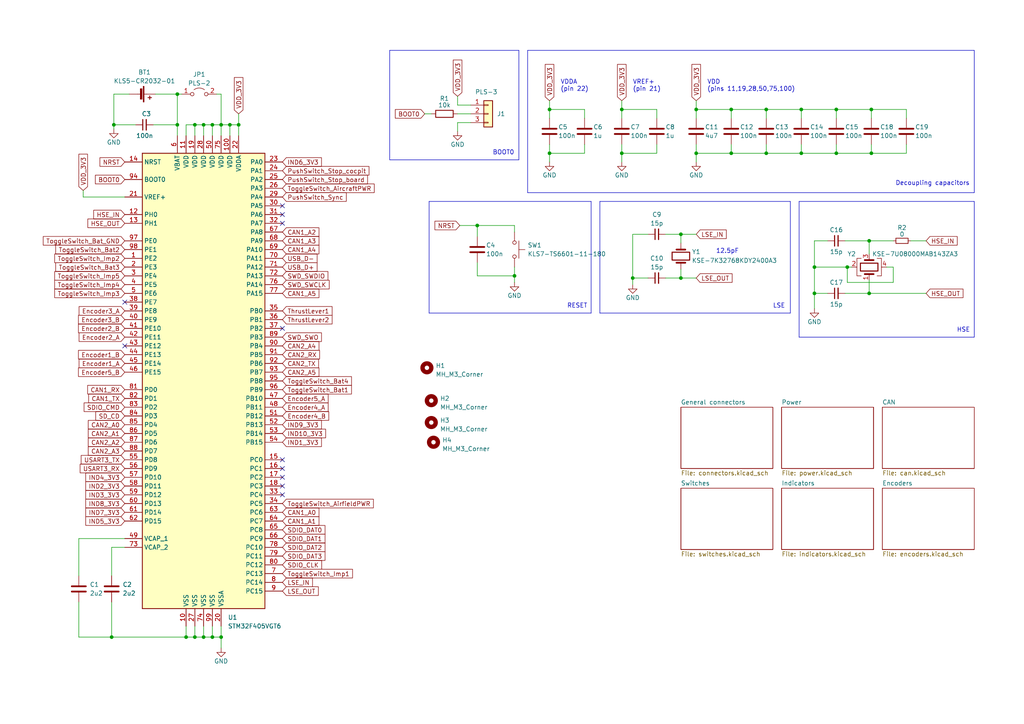
<source format=kicad_sch>
(kicad_sch (version 20231120) (generator "eeschema") (generator_version "8.0")
  (paper "A4")
  (title_block (date "2023-08-02"))
  (lib_symbols
    (symbol "Connector_Generic:Conn_01x03" (pin_names (offset 1.016) hide)
      (property "Reference" "J" (at 0 5.08 0))
      (property "Value" "Conn_01x03" (at 0 -5.08 0))
      (symbol "Conn_01x03_1_1"
        (rectangle (start -1.27 -2.413) (end 0 -2.667) (stroke (width 0.1524)))
        (rectangle (start -1.27 0.127) (end 0 -0.127) (stroke (width 0.1524)))
        (rectangle (start -1.27 2.667) (end 0 2.413) (stroke (width 0.1524)))
        (rectangle (start -1.27 3.81) (end 1.27 -3.81) (stroke (width 0.254)) (fill (type background)))
        (pin passive line (at -5.08 2.54 0) (length 3.81) (name "Pin_1") (number "1"))
        (pin passive line (at -5.08 0 0) (length 3.81) (name "Pin_2") (number "2"))
        (pin passive line (at -5.08 -2.54 0) (length 3.81) (name "Pin_3") (number "3"))
      )
    )
    (symbol "Device:Battery_Cell" (pin_numbers hide) (pin_names (offset 0) hide)
      (property "Reference" "BT" (at 2.54 2.54 0))
      (property "Value" "Battery_Cell" (at 2.54 0 0))
      (symbol "Battery_Cell_0_1"
        (rectangle (start -2.286 1.778) (end 2.286 1.524) (fill (type outline)))
        (rectangle (start -1.5748 1.1938) (end 1.4732 0.6858) (fill (type outline)))
        (polyline (pts (xy 0 0.762) (xy 0 0)))
        (polyline (pts (xy 0 1.778) (xy 0 2.54)))
        (polyline (pts (xy 0.508 3.429) (xy 1.524 3.429)) (stroke (width 0.254)))
        (polyline (pts (xy 1.016 3.937) (xy 1.016 2.921)) (stroke (width 0.254)))
      )
      (symbol "Battery_Cell_1_1"
        (pin passive line (at 0 5.08 270) (length 2.54) (name "+") (number "1"))
        (pin passive line (at 0 -2.54 90) (length 2.54) (name "-") (number "2"))
      )
    )
    (symbol "Device:C" (pin_numbers hide) (pin_names (offset 0.254))
      (property "Reference" "C" (at 0.635 2.54 0))
      (property "Value" "C" (at 0.635 -2.54 0))
      (symbol "C_0_1"
        (polyline (pts (xy -2.032 -0.762) (xy 2.032 -0.762)) (stroke (width 0.508)))
        (polyline (pts (xy -2.032 0.762) (xy 2.032 0.762)) (stroke (width 0.508)))
      )
      (symbol "C_1_1"
        (pin passive line (at 0 3.81 270) (length 2.794) (name "~") (number "1"))
        (pin passive line (at 0 -3.81 90) (length 2.794) (name "~") (number "2"))
      )
    )
    (symbol "Device:C_Small" (pin_numbers hide) (pin_names (offset 0.254) hide)
      (property "Reference" "C" (at 0.254 1.778 0))
      (property "Value" "C_Small" (at 0.254 -2.032 0))
      (symbol "C_Small_0_1"
        (polyline (pts (xy -1.524 -0.508) (xy 1.524 -0.508)) (stroke (width 0.3302)))
        (polyline (pts (xy -1.524 0.508) (xy 1.524 0.508)) (stroke (width 0.3048)))
      )
      (symbol "C_Small_1_1"
        (pin passive line (at 0 2.54 270) (length 2.032) (name "~") (number "1"))
        (pin passive line (at 0 -2.54 90) (length 2.032) (name "~") (number "2"))
      )
    )
    (symbol "Device:Crystal" (pin_numbers hide) (pin_names (offset 1.016) hide)
      (property "Reference" "Y" (at 0 3.81 0))
      (property "Value" "Crystal" (at 0 -3.81 0))
      (symbol "Crystal_0_1"
        (rectangle (start -1.143 2.54) (end 1.143 -2.54) (stroke (width 0.3048)))
        (polyline (pts (xy -2.54 0) (xy -1.905 0)))
        (polyline (pts (xy -1.905 -1.27) (xy -1.905 1.27)) (stroke (width 0.508)))
        (polyline (pts (xy 1.905 -1.27) (xy 1.905 1.27)) (stroke (width 0.508)))
        (polyline (pts (xy 2.54 0) (xy 1.905 0)))
      )
      (symbol "Crystal_1_1"
        (pin passive line (at -3.81 0 0) (length 1.27) (name "1") (number "1"))
        (pin passive line (at 3.81 0 180) (length 1.27) (name "2") (number "2"))
      )
    )
    (symbol "Device:Crystal_GND24" (pin_names (offset 1.016) hide)
      (property "Reference" "Y" (at 3.175 5.08 0))
      (property "Value" "Crystal_GND24" (at 3.175 3.175 0))
      (symbol "Crystal_GND24_0_1"
        (rectangle (start -1.143 2.54) (end 1.143 -2.54) (stroke (width 0.3048)))
        (polyline (pts (xy -2.54 0) (xy -2.032 0)))
        (polyline (pts (xy -2.032 -1.27) (xy -2.032 1.27)) (stroke (width 0.508)))
        (polyline (pts (xy 0 -3.81) (xy 0 -3.556)))
        (polyline (pts (xy 0 3.556) (xy 0 3.81)))
        (polyline (pts (xy 2.032 -1.27) (xy 2.032 1.27)) (stroke (width 0.508)))
        (polyline (pts (xy 2.032 0) (xy 2.54 0)))
        (polyline (pts (xy -2.54 -2.286) (xy -2.54 -3.556) (xy 2.54 -3.556) (xy 2.54 -2.286)))
        (polyline (pts (xy -2.54 2.286) (xy -2.54 3.556) (xy 2.54 3.556) (xy 2.54 2.286)))
      )
      (symbol "Crystal_GND24_1_1"
        (pin passive line (at -3.81 0 0) (length 1.27) (name "1") (number "1"))
        (pin passive line (at 0 5.08 270) (length 1.27) (name "2") (number "2"))
        (pin passive line (at 3.81 0 180) (length 1.27) (name "3") (number "3"))
        (pin passive line (at 0 -5.08 90) (length 1.27) (name "4") (number "4"))
      )
    )
    (symbol "Device:R" (pin_numbers hide) (pin_names (offset 0))
      (property "Reference" "R" (at 2.032 0 90))
      (property "Value" "R" (at 0 0 90))
      (symbol "R_0_1"
        (rectangle (start -1.016 -2.54) (end 1.016 2.54) (stroke (width 0.254)))
      )
      (symbol "R_1_1"
        (pin passive line (at 0 3.81 270) (length 1.27) (name "~") (number "1"))
        (pin passive line (at 0 -3.81 90) (length 1.27) (name "~") (number "2"))
      )
    )
    (symbol "Device:R_Small" (pin_numbers hide) (pin_names (offset 0.254) hide)
      (property "Reference" "R" (at 0.762 0.508 0))
      (property "Value" "R_Small" (at 0.762 -1.016 0))
      (symbol "R_Small_0_1"
        (rectangle (start -0.762 1.778) (end 0.762 -1.778) (stroke (width 0.2032)))
      )
      (symbol "R_Small_1_1"
        (pin passive line (at 0 2.54 270) (length 0.762) (name "~") (number "1"))
        (pin passive line (at 0 -2.54 90) (length 0.762) (name "~") (number "2"))
      )
    )
    (symbol "Jumper:Jumper_2_Open" (pin_names (offset 0) hide)
      (property "Reference" "JP" (at 0 2.794 0))
      (property "Value" "Jumper_2_Open" (at 0 -2.286 0))
      (symbol "Jumper_2_Open_0_0"
        (circle (center -2.032 0) (radius 0.508))
        (circle (center 2.032 0) (radius 0.508))
      )
      (symbol "Jumper_2_Open_0_1"
        (arc (start 1.524 1.27) (mid 0 1.778) (end -1.524 1.27))
      )
      (symbol "Jumper_2_Open_1_1"
        (pin passive line (at -5.08 0 0) (length 2.54) (name "A") (number "1"))
        (pin passive line (at 5.08 0 180) (length 2.54) (name "B") (number "2"))
      )
    )
    (symbol "MCU_ST_STM32F4:STM32F405VGTx"
      (property "Reference" "U1" (at 10.16 -68.58 0))
      (property "Value" "STM32F405VGTx" (at 10.16 -71.12 0))
      (symbol "STM32F405VGTx_0_1"
        (rectangle (start -17.78 -66.04) (end 17.78 66.04) (stroke (width 0.254)) (fill (type background)))
      )
      (symbol "STM32F405VGTx_1_1"
        (pin bidirectional line (at -22.86 35.56 0) (length 5.08) (name "PE2") (number "1"))
        (pin power_in line (at -5.08 -71.12 90) (length 5.08) (name "VSS") (number "10"))
        (pin power_in line (at 7.62 71.12 270) (length 5.08) (name "VDD") (number "100"))
        (pin power_in line (at -5.08 71.12 270) (length 5.08) (name "VDD") (number "11"))
        (pin bidirectional line (at -22.86 48.26 0) (length 5.08) (name "PH0") (number "12"))
        (pin bidirectional line (at -22.86 45.72 0) (length 5.08) (name "PH1") (number "13"))
        (pin input line (at -22.86 63.5 0) (length 5.08) (name "NRST") (number "14"))
        (pin bidirectional line (at 22.86 -22.86 180) (length 5.08) (name "PC0") (number "15"))
        (pin bidirectional line (at 22.86 -25.4 180) (length 5.08) (name "PC1") (number "16"))
        (pin bidirectional line (at 22.86 -27.94 180) (length 5.08) (name "PC2") (number "17"))
        (pin bidirectional line (at 22.86 -30.48 180) (length 5.08) (name "PC3") (number "18"))
        (pin power_in line (at -2.54 71.12 270) (length 5.08) (name "VDD") (number "19"))
        (pin bidirectional line (at -22.86 33.02 0) (length 5.08) (name "PE3") (number "2"))
        (pin power_in line (at 5.08 -71.12 90) (length 5.08) (name "VSSA") (number "20"))
        (pin input line (at -22.86 53.34 0) (length 5.08) (name "VREF+") (number "21"))
        (pin power_in line (at 10.16 71.12 270) (length 5.08) (name "VDDA") (number "22"))
        (pin bidirectional line (at 22.86 63.5 180) (length 5.08) (name "PA0") (number "23"))
        (pin bidirectional line (at 22.86 60.96 180) (length 5.08) (name "PA1") (number "24"))
        (pin bidirectional line (at 22.86 58.42 180) (length 5.08) (name "PA2") (number "25"))
        (pin bidirectional line (at 22.86 55.88 180) (length 5.08) (name "PA3") (number "26"))
        (pin power_in line (at -2.54 -71.12 90) (length 5.08) (name "VSS") (number "27"))
        (pin power_in line (at 0 71.12 270) (length 5.08) (name "VDD") (number "28"))
        (pin bidirectional line (at 22.86 53.34 180) (length 5.08) (name "PA4") (number "29"))
        (pin bidirectional line (at -22.86 30.48 0) (length 5.08) (name "PE4") (number "3"))
        (pin bidirectional line (at 22.86 50.8 180) (length 5.08) (name "PA5") (number "30"))
        (pin bidirectional line (at 22.86 48.26 180) (length 5.08) (name "PA6") (number "31"))
        (pin bidirectional line (at 22.86 45.72 180) (length 5.08) (name "PA7") (number "32"))
        (pin bidirectional line (at 22.86 -33.02 180) (length 5.08) (name "PC4") (number "33"))
        (pin bidirectional line (at 22.86 -35.56 180) (length 5.08) (name "PC5") (number "34"))
        (pin bidirectional line (at 22.86 20.32 180) (length 5.08) (name "PB0") (number "35"))
        (pin bidirectional line (at 22.86 17.78 180) (length 5.08) (name "PB1") (number "36"))
        (pin bidirectional line (at 22.86 15.24 180) (length 5.08) (name "PB2") (number "37"))
        (pin bidirectional line (at -22.86 22.86 0) (length 5.08) (name "PE7") (number "38"))
        (pin bidirectional line (at -22.86 20.32 0) (length 5.08) (name "PE8") (number "39"))
        (pin bidirectional line (at -22.86 27.94 0) (length 5.08) (name "PE5") (number "4"))
        (pin bidirectional line (at -22.86 17.78 0) (length 5.08) (name "PE9") (number "40"))
        (pin bidirectional line (at -22.86 15.24 0) (length 5.08) (name "PE10") (number "41"))
        (pin bidirectional line (at -22.86 12.7 0) (length 5.08) (name "PE11") (number "42"))
        (pin bidirectional line (at -22.86 10.16 0) (length 5.08) (name "PE12") (number "43"))
        (pin bidirectional line (at -22.86 7.62 0) (length 5.08) (name "PE13") (number "44"))
        (pin bidirectional line (at -22.86 5.08 0) (length 5.08) (name "PE14") (number "45"))
        (pin bidirectional line (at -22.86 2.54 0) (length 5.08) (name "PE15") (number "46"))
        (pin bidirectional line (at 22.86 -5.08 180) (length 5.08) (name "PB10") (number "47"))
        (pin bidirectional line (at 22.86 -7.62 180) (length 5.08) (name "PB11") (number "48"))
        (pin power_out line (at -22.86 -45.72 0) (length 5.08) (name "VCAP_1") (number "49"))
        (pin bidirectional line (at -22.86 25.4 0) (length 5.08) (name "PE6") (number "5"))
        (pin power_in line (at 2.54 71.12 270) (length 5.08) (name "VDD") (number "50"))
        (pin bidirectional line (at 22.86 -10.16 180) (length 5.08) (name "PB12") (number "51"))
        (pin bidirectional line (at 22.86 -12.7 180) (length 5.08) (name "PB13") (number "52"))
        (pin bidirectional line (at 22.86 -15.24 180) (length 5.08) (name "PB14") (number "53"))
        (pin bidirectional line (at 22.86 -17.78 180) (length 5.08) (name "PB15") (number "54"))
        (pin bidirectional line (at -22.86 -22.86 0) (length 5.08) (name "PD8") (number "55"))
        (pin bidirectional line (at -22.86 -25.4 0) (length 5.08) (name "PD9") (number "56"))
        (pin bidirectional line (at -22.86 -27.94 0) (length 5.08) (name "PD10") (number "57"))
        (pin bidirectional line (at -22.86 -30.48 0) (length 5.08) (name "PD11") (number "58"))
        (pin bidirectional line (at -22.86 -33.02 0) (length 5.08) (name "PD12") (number "59"))
        (pin power_in line (at -7.62 71.12 270) (length 5.08) (name "VBAT") (number "6"))
        (pin bidirectional line (at -22.86 -35.56 0) (length 5.08) (name "PD13") (number "60"))
        (pin bidirectional line (at -22.86 -38.1 0) (length 5.08) (name "PD14") (number "61"))
        (pin bidirectional line (at -22.86 -40.64 0) (length 5.08) (name "PD15") (number "62"))
        (pin bidirectional line (at 22.86 -38.1 180) (length 5.08) (name "PC6") (number "63"))
        (pin bidirectional line (at 22.86 -40.64 180) (length 5.08) (name "PC7") (number "64"))
        (pin bidirectional line (at 22.86 -43.18 180) (length 5.08) (name "PC8") (number "65"))
        (pin bidirectional line (at 22.86 -45.72 180) (length 5.08) (name "PC9") (number "66"))
        (pin bidirectional line (at 22.86 43.18 180) (length 5.08) (name "PA8") (number "67"))
        (pin bidirectional line (at 22.86 40.64 180) (length 5.08) (name "PA9") (number "68"))
        (pin bidirectional line (at 22.86 38.1 180) (length 5.08) (name "PA10") (number "69"))
        (pin bidirectional line (at 22.86 -55.88 180) (length 5.08) (name "PC13") (number "7"))
        (pin bidirectional line (at 22.86 35.56 180) (length 5.08) (name "PA11") (number "70"))
        (pin bidirectional line (at 22.86 33.02 180) (length 5.08) (name "PA12") (number "71"))
        (pin bidirectional line (at 22.86 30.48 180) (length 5.08) (name "PA13") (number "72"))
        (pin power_out line (at -22.86 -48.26 0) (length 5.08) (name "VCAP_2") (number "73"))
        (pin power_in line (at 0 -71.12 90) (length 5.08) (name "VSS") (number "74"))
        (pin power_in line (at 5.08 71.12 270) (length 5.08) (name "VDD") (number "75"))
        (pin bidirectional line (at 22.86 27.94 180) (length 5.08) (name "PA14") (number "76"))
        (pin bidirectional line (at 22.86 25.4 180) (length 5.08) (name "PA15") (number "77"))
        (pin bidirectional line (at 22.86 -48.26 180) (length 5.08) (name "PC10") (number "78"))
        (pin bidirectional line (at 22.86 -50.8 180) (length 5.08) (name "PC11") (number "79"))
        (pin bidirectional line (at 22.86 -58.42 180) (length 5.08) (name "PC14") (number "8"))
        (pin bidirectional line (at 22.86 -53.34 180) (length 5.08) (name "PC12") (number "80"))
        (pin bidirectional line (at -22.86 -2.54 0) (length 5.08) (name "PD0") (number "81"))
        (pin bidirectional line (at -22.86 -5.08 0) (length 5.08) (name "PD1") (number "82"))
        (pin bidirectional line (at -22.86 -7.62 0) (length 5.08) (name "PD2") (number "83"))
        (pin bidirectional line (at -22.86 -10.16 0) (length 5.08) (name "PD3") (number "84"))
        (pin bidirectional line (at -22.86 -12.7 0) (length 5.08) (name "PD4") (number "85"))
        (pin bidirectional line (at -22.86 -15.24 0) (length 5.08) (name "PD5") (number "86"))
        (pin bidirectional line (at -22.86 -17.78 0) (length 5.08) (name "PD6") (number "87"))
        (pin bidirectional line (at -22.86 -20.32 0) (length 5.08) (name "PD7") (number "88"))
        (pin bidirectional line (at 22.86 12.7 180) (length 5.08) (name "PB3") (number "89"))
        (pin bidirectional line (at 22.86 -60.96 180) (length 5.08) (name "PC15") (number "9"))
        (pin bidirectional line (at 22.86 10.16 180) (length 5.08) (name "PB4") (number "90"))
        (pin bidirectional line (at 22.86 7.62 180) (length 5.08) (name "PB5") (number "91"))
        (pin bidirectional line (at 22.86 5.08 180) (length 5.08) (name "PB6") (number "92"))
        (pin bidirectional line (at 22.86 2.54 180) (length 5.08) (name "PB7") (number "93"))
        (pin input line (at -22.86 58.42 0) (length 5.08) (name "BOOT0") (number "94"))
        (pin bidirectional line (at 22.86 0 180) (length 5.08) (name "PB8") (number "95"))
        (pin bidirectional line (at 22.86 -2.54 180) (length 5.08) (name "PB9") (number "96"))
        (pin bidirectional line (at -22.86 40.64 0) (length 5.08) (name "PE0") (number "97"))
        (pin bidirectional line (at -22.86 38.1 0) (length 5.08) (name "PE1") (number "98"))
        (pin power_in line (at 2.54 -71.12 90) (length 5.08) (name "VSS") (number "99"))
      )
    )
    (symbol "Mechanical:MountingHole" (pin_names (offset 1.016))
      (property "Reference" "H" (at 0 5.08 0))
      (property "Value" "MountingHole" (at 0 3.175 0))
      (symbol "MountingHole_0_1"
        (circle (center 0 0) (radius 1.27) (stroke (width 1.27)))
      )
    )
    (symbol "Switch:SW_Push" (pin_numbers hide) (pin_names (offset 1.016) hide)
      (property "Reference" "SW" (at 1.27 2.54 0))
      (property "Value" "SW_Push" (at 0 -1.524 0))
      (symbol "SW_Push_0_1"
        (circle (center -2.032 0) (radius 0.508))
        (polyline (pts (xy 0 1.27) (xy 0 3.048)))
        (polyline (pts (xy 2.54 1.27) (xy -2.54 1.27)))
        (circle (center 2.032 0) (radius 0.508))
        (pin passive line (at -5.08 0 0) (length 2.54) (name "1") (number "1"))
        (pin passive line (at 5.08 0 180) (length 2.54) (name "2") (number "2"))
      )
    )
    (symbol "power:GND" (power) (pin_names (offset 0))
      (property "Value" "GND" (at 0 -3.81 0))
      (symbol "GND_0_1"
        (polyline (pts (xy 0 0) (xy 0 -1.27) (xy 1.27 -1.27) (xy 0 -2.54) (xy -1.27 -1.27) (xy 0 -1.27)))
      )
      (symbol "GND_1_1"
        (pin power_in line (at 0 0 270) (length 0) hide (name "GND") (number "1"))
      )
    )
  )
  (junction (at 53.975 184.785))
  (junction (at 242.57 31.75))
  (junction (at 180.34 31.75))
  (junction (at 236.22 85.09))
  (junction (at 232.41 31.75))
  (junction (at 32.385 184.785))
  (junction (at 149.225 80.01))
  (junction (at 64.135 36.195))
  (junction (at 222.25 44.45))
  (junction (at 64.135 184.785))
  (junction (at 159.385 31.75))
  (junction (at 59.055 36.195))
  (junction (at 197.485 80.645))
  (junction (at 51.435 36.195))
  (junction (at 138.43 65.405))
  (junction (at 201.93 44.45))
  (junction (at 222.25 31.75))
  (junction (at 69.215 36.195))
  (junction (at 180.34 44.45))
  (junction (at 252.73 31.75))
  (junction (at 252.095 85.09))
  (junction (at 33.02 36.195))
  (junction (at 245.745 77.47))
  (junction (at 252.095 69.85))
  (junction (at 59.055 184.785))
  (junction (at 201.93 31.75))
  (junction (at 236.22 77.47))
  (junction (at 242.57 44.45))
  (junction (at 61.595 184.785))
  (junction (at 159.385 44.45))
  (junction (at 183.515 80.645))
  (junction (at 61.595 36.195))
  (junction (at 56.515 184.785))
  (junction (at 197.485 67.945))
  (junction (at 212.09 44.45))
  (junction (at 56.515 36.195))
  (junction (at 51.435 27.305))
  (junction (at 212.09 31.75))
  (junction (at 252.73 44.45))
  (junction (at 232.41 44.45))
  (junction (at 66.675 36.195))
  (no_connect (at 81.915 135.89))
  (no_connect (at 81.915 64.77))
  (no_connect (at 81.915 143.51))
  (no_connect (at 36.195 87.63))
  (no_connect (at 81.915 62.23))
  (no_connect (at 81.915 138.43))
  (no_connect (at 81.915 95.25))
  (no_connect (at 36.195 100.33))
  (no_connect (at 81.915 133.35))
  (no_connect (at 81.915 59.69))
  (no_connect (at 81.915 140.97))
  (wire (pts (xy 183.515 67.945) (xy 187.96 67.945)))
  (wire (pts (xy 33.02 27.305) (xy 33.02 36.195)))
  (wire (pts (xy 53.975 36.195) (xy 56.515 36.195)))
  (polyline (pts (xy 171.45 90.805) (xy 124.46 90.805)))
  (wire (pts (xy 236.22 77.47) (xy 245.745 77.47)))
  (wire (pts (xy 36.195 156.21) (xy 22.86 156.21)))
  (wire (pts (xy 138.43 76.2) (xy 138.43 80.01)))
  (wire (pts (xy 138.43 65.405) (xy 138.43 68.58)))
  (wire (pts (xy 190.5 44.45) (xy 180.34 44.45)))
  (wire (pts (xy 33.02 27.305) (xy 37.465 27.305)))
  (wire (pts (xy 201.93 31.75) (xy 212.09 31.75)))
  (polyline (pts (xy 153.035 14.605) (xy 282.575 14.605)))
  (wire (pts (xy 53.975 184.785) (xy 56.515 184.785)))
  (wire (pts (xy 64.135 184.785) (xy 64.135 181.61)))
  (wire (pts (xy 259.08 69.85) (xy 252.095 69.85)))
  (wire (pts (xy 36.195 158.75) (xy 32.385 158.75)))
  (wire (pts (xy 242.57 31.75) (xy 242.57 34.29)))
  (wire (pts (xy 59.055 36.195) (xy 59.055 39.37)))
  (wire (pts (xy 59.055 181.61) (xy 59.055 184.785)))
  (wire (pts (xy 56.515 36.195) (xy 56.515 39.37)))
  (wire (pts (xy 236.22 69.85) (xy 240.03 69.85)))
  (polyline (pts (xy 171.45 58.42) (xy 171.45 90.805)))
  (wire (pts (xy 193.04 80.645) (xy 197.485 80.645)))
  (wire (pts (xy 66.675 36.195) (xy 69.215 36.195)))
  (polyline (pts (xy 153.035 55.88) (xy 282.575 55.88)))
  (wire (pts (xy 222.25 41.91) (xy 222.25 44.45)))
  (wire (pts (xy 252.73 41.91) (xy 252.73 44.45)))
  (wire (pts (xy 61.595 184.785) (xy 64.135 184.785)))
  (wire (pts (xy 252.73 44.45) (xy 242.57 44.45)))
  (wire (pts (xy 180.34 44.45) (xy 180.34 41.91)))
  (wire (pts (xy 247.015 77.47) (xy 245.745 77.47)))
  (polyline (pts (xy 150.495 14.605) (xy 150.495 46.355)))
  (wire (pts (xy 24.13 55.245) (xy 24.13 57.15)))
  (polyline (pts (xy 173.99 58.42) (xy 229.235 58.42)))
  (wire (pts (xy 32.385 158.75) (xy 32.385 167.005)))
  (wire (pts (xy 132.715 35.56) (xy 132.715 38.1)))
  (wire (pts (xy 22.86 156.21) (xy 22.86 167.005)))
  (wire (pts (xy 236.22 85.09) (xy 240.03 85.09)))
  (wire (pts (xy 159.385 34.29) (xy 159.385 31.75)))
  (wire (pts (xy 180.34 31.75) (xy 180.34 29.21)))
  (wire (pts (xy 259.08 77.47) (xy 259.08 81.915)))
  (polyline (pts (xy 153.035 55.88) (xy 153.035 14.605)))
  (wire (pts (xy 149.225 80.01) (xy 149.225 81.915)))
  (polyline (pts (xy 124.46 58.42) (xy 171.45 58.42)))
  (wire (pts (xy 159.385 31.75) (xy 169.545 31.75)))
  (wire (pts (xy 212.09 31.75) (xy 212.09 34.29)))
  (wire (pts (xy 201.93 44.45) (xy 201.93 41.91)))
  (wire (pts (xy 252.095 69.85) (xy 245.11 69.85)))
  (wire (pts (xy 197.485 80.645) (xy 201.93 80.645)))
  (polyline (pts (xy 113.03 46.355) (xy 150.495 46.355)))
  (wire (pts (xy 53.975 36.195) (xy 53.975 39.37)))
  (wire (pts (xy 212.09 31.75) (xy 222.25 31.75)))
  (polyline (pts (xy 113.03 46.355) (xy 113.03 14.605)))
  (polyline (pts (xy 231.775 97.79) (xy 282.575 97.79)))
  (wire (pts (xy 232.41 31.75) (xy 232.41 34.29)))
  (polyline (pts (xy 173.99 90.805) (xy 173.99 58.42)))
  (wire (pts (xy 262.89 41.91) (xy 262.89 44.45)))
  (polyline (pts (xy 229.235 58.42) (xy 229.235 90.805)))
  (wire (pts (xy 149.225 80.01) (xy 149.225 77.47)))
  (wire (pts (xy 264.16 69.85) (xy 268.605 69.85)))
  (polyline (pts (xy 231.775 97.79) (xy 231.775 58.42)))
  (wire (pts (xy 32.385 174.625) (xy 32.385 184.785)))
  (wire (pts (xy 159.385 31.75) (xy 159.385 29.21)))
  (wire (pts (xy 232.41 44.45) (xy 222.25 44.45)))
  (wire (pts (xy 180.34 46.99) (xy 180.34 44.45)))
  (wire (pts (xy 59.055 184.785) (xy 61.595 184.785)))
  (wire (pts (xy 22.86 174.625) (xy 22.86 184.785)))
  (wire (pts (xy 197.485 78.105) (xy 197.485 80.645)))
  (wire (pts (xy 257.175 77.47) (xy 259.08 77.47)))
  (wire (pts (xy 169.545 31.75) (xy 169.545 34.29)))
  (wire (pts (xy 245.745 81.915) (xy 245.745 77.47)))
  (wire (pts (xy 64.135 36.195) (xy 64.135 39.37)))
  (wire (pts (xy 232.41 31.75) (xy 242.57 31.75)))
  (wire (pts (xy 53.975 181.61) (xy 53.975 184.785)))
  (wire (pts (xy 33.02 36.195) (xy 39.37 36.195)))
  (wire (pts (xy 159.385 44.45) (xy 159.385 41.91)))
  (wire (pts (xy 259.08 81.915) (xy 245.745 81.915)))
  (wire (pts (xy 22.86 184.785) (xy 32.385 184.785)))
  (wire (pts (xy 242.57 44.45) (xy 232.41 44.45)))
  (polyline (pts (xy 173.99 90.805) (xy 229.235 90.805)))
  (wire (pts (xy 222.25 31.75) (xy 232.41 31.75)))
  (wire (pts (xy 159.385 46.99) (xy 159.385 44.45)))
  (wire (pts (xy 64.135 187.96) (xy 64.135 184.785)))
  (wire (pts (xy 69.215 36.195) (xy 69.215 39.37)))
  (wire (pts (xy 183.515 80.645) (xy 187.96 80.645)))
  (wire (pts (xy 56.515 184.785) (xy 59.055 184.785)))
  (wire (pts (xy 62.865 27.305) (xy 64.135 27.305)))
  (wire (pts (xy 69.215 33.02) (xy 69.215 36.195)))
  (wire (pts (xy 56.515 36.195) (xy 59.055 36.195)))
  (wire (pts (xy 212.09 41.91) (xy 212.09 44.45)))
  (wire (pts (xy 136.525 35.56) (xy 132.715 35.56)))
  (wire (pts (xy 222.25 44.45) (xy 212.09 44.45)))
  (wire (pts (xy 44.45 36.195) (xy 51.435 36.195)))
  (wire (pts (xy 242.57 41.91) (xy 242.57 44.45)))
  (wire (pts (xy 193.04 67.945) (xy 197.485 67.945)))
  (wire (pts (xy 242.57 31.75) (xy 252.73 31.75)))
  (wire (pts (xy 133.35 65.405) (xy 138.43 65.405)))
  (wire (pts (xy 201.93 31.75) (xy 201.93 29.21)))
  (wire (pts (xy 33.02 36.195) (xy 33.02 37.465)))
  (wire (pts (xy 169.545 44.45) (xy 159.385 44.45)))
  (wire (pts (xy 132.715 33.02) (xy 136.525 33.02)))
  (wire (pts (xy 252.73 31.75) (xy 252.73 34.29)))
  (polyline (pts (xy 113.03 14.605) (xy 150.495 14.605)))
  (wire (pts (xy 180.34 31.75) (xy 190.5 31.75)))
  (wire (pts (xy 212.09 44.45) (xy 201.93 44.45)))
  (polyline (pts (xy 282.575 14.605) (xy 282.575 55.88)))
  (wire (pts (xy 132.715 30.48) (xy 136.525 30.48)))
  (wire (pts (xy 197.485 70.485) (xy 197.485 67.945)))
  (wire (pts (xy 45.085 27.305) (xy 51.435 27.305)))
  (wire (pts (xy 132.715 27.94) (xy 132.715 30.48)))
  (wire (pts (xy 61.595 36.195) (xy 61.595 39.37)))
  (wire (pts (xy 36.195 57.15) (xy 24.13 57.15)))
  (polyline (pts (xy 124.46 58.42) (xy 124.46 90.805)))
  (wire (pts (xy 236.22 85.09) (xy 236.22 89.535)))
  (wire (pts (xy 183.515 80.645) (xy 183.515 82.55)))
  (wire (pts (xy 180.34 34.29) (xy 180.34 31.75)))
  (wire (pts (xy 183.515 67.945) (xy 183.515 80.645)))
  (wire (pts (xy 245.11 85.09) (xy 252.095 85.09)))
  (wire (pts (xy 123.19 33.02) (xy 125.095 33.02)))
  (wire (pts (xy 51.435 27.305) (xy 51.435 36.195)))
  (wire (pts (xy 190.5 31.75) (xy 190.5 34.29)))
  (wire (pts (xy 51.435 36.195) (xy 51.435 39.37)))
  (wire (pts (xy 51.435 27.305) (xy 52.705 27.305)))
  (wire (pts (xy 64.135 27.305) (xy 64.135 36.195)))
  (polyline (pts (xy 231.775 58.42) (xy 282.575 58.42)))
  (polyline (pts (xy 282.575 58.42) (xy 282.575 97.79)))
  (wire (pts (xy 56.515 181.61) (xy 56.515 184.785)))
  (wire (pts (xy 222.25 31.75) (xy 222.25 34.29)))
  (wire (pts (xy 169.545 41.91) (xy 169.545 44.45)))
  (wire (pts (xy 64.135 36.195) (xy 66.675 36.195)))
  (wire (pts (xy 262.89 44.45) (xy 252.73 44.45)))
  (wire (pts (xy 236.22 77.47) (xy 236.22 69.85)))
  (wire (pts (xy 59.055 36.195) (xy 61.595 36.195)))
  (wire (pts (xy 61.595 36.195) (xy 64.135 36.195)))
  (wire (pts (xy 32.385 184.785) (xy 53.975 184.785)))
  (wire (pts (xy 201.93 46.99) (xy 201.93 44.45)))
  (wire (pts (xy 190.5 41.91) (xy 190.5 44.45)))
  (wire (pts (xy 232.41 41.91) (xy 232.41 44.45)))
  (wire (pts (xy 252.095 81.28) (xy 252.095 85.09)))
  (wire (pts (xy 252.095 73.66) (xy 252.095 69.85)))
  (wire (pts (xy 149.225 65.405) (xy 138.43 65.405)))
  (wire (pts (xy 252.73 31.75) (xy 262.89 31.75)))
  (wire (pts (xy 262.89 31.75) (xy 262.89 34.29)))
  (wire (pts (xy 138.43 80.01) (xy 149.225 80.01)))
  (wire (pts (xy 66.675 36.195) (xy 66.675 39.37)))
  (wire (pts (xy 149.225 67.31) (xy 149.225 65.405)))
  (wire (pts (xy 252.095 85.09) (xy 268.605 85.09)))
  (wire (pts (xy 201.93 34.29) (xy 201.93 31.75)))
  (wire (pts (xy 197.485 67.945) (xy 201.93 67.945)))
  (wire (pts (xy 61.595 181.61) (xy 61.595 184.785)))
  (wire (pts (xy 236.22 77.47) (xy 236.22 85.09)))
  (text "12.5pF" (at 207.645 73.66 0) (effects (font (size 1.27 1.27)) (justify left bottom)))
  (text "VDDA\n(pin 22)" (at 162.56 26.67 0) (effects (font (size 1.27 1.27)) (justify left bottom)))
  (text "HSE" (at 277.495 96.52 0) (effects (font (size 1.27 1.27)) (justify left bottom)))
  (text "LSE" (at 224.155 89.535 0) (effects (font (size 1.27 1.27)) (justify left bottom)))
  (text "VREF+\n(pin 21)" (at 183.515 26.67 0) (effects (font (size 1.27 1.27)) (justify left bottom)))
  (text "Decoupling capacitors" (at 259.715 53.975 0) (effects (font (size 1.27 1.27)) (justify left bottom)))
  (text "VDD \n(pins 11,19,28,50,75,100)" (at 205.105 26.67 0) (effects (font (size 1.27 1.27)) (justify left bottom)))
  (text "RESET" (at 164.465 89.535 0) (effects (font (size 1.27 1.27)) (justify left bottom)))
  (text "BOOT0" (at 142.875 45.085 0) (effects (font (size 1.27 1.27)) (justify left bottom)))
  (global_label "SWD_SWCLK" (shape input) (at 81.915 82.55 0) (property "Intersheetrefs" "${INTERSHEET_REFS}" (effects (hide yes))))
  (global_label "USB_D-" (shape input) (at 81.915 74.93 0) (property "Intersheetrefs" "${INTERSHEET_REFS}" (effects (hide yes))))
  (global_label "HSE_IN" (shape input) (at 36.195 62.23 180) (property "Intersheetrefs" "${INTERSHEET_REFS}" (effects (hide yes))))
  (global_label "ToggleSwitch_Bat3" (shape input) (at 36.195 77.47 180) (property "Intersheetrefs" "${INTERSHEET_REFS}" (effects (hide yes))))
  (global_label "IND10_3V3" (shape input) (at 81.915 125.73 0) (property "Intersheetrefs" "${INTERSHEET_REFS}" (effects (hide yes))))
  (global_label "SDIO_DAT3" (shape input) (at 81.915 161.29 0) (property "Intersheetrefs" "${INTERSHEET_REFS}" (effects (hide yes))))
  (global_label "ToggleSwitch_AircraftPWR" (shape input) (at 81.915 54.61 0) (property "Intersheetrefs" "${INTERSHEET_REFS}" (effects (hide yes))))
  (global_label "BOOT0" (shape input) (at 123.19 33.02 180) (property "Intersheetrefs" "${INTERSHEET_REFS}" (effects (hide yes))))
  (global_label "ToggleSwitch_Imp4" (shape input) (at 36.195 82.55 180) (property "Intersheetrefs" "${INTERSHEET_REFS}" (effects (hide yes))))
  (global_label "CAN1_A1" (shape input) (at 81.915 151.13 0) (property "Intersheetrefs" "${INTERSHEET_REFS}" (effects (hide yes))))
  (global_label "CAN2_A5" (shape input) (at 81.915 107.95 0) (property "Intersheetrefs" "${INTERSHEET_REFS}" (effects (hide yes))))
  (global_label "USB_D+" (shape input) (at 81.915 77.47 0) (property "Intersheetrefs" "${INTERSHEET_REFS}" (effects (hide yes))))
  (global_label "VDD_3V3" (shape input) (at 69.215 33.02 90) (property "Intersheetrefs" "${INTERSHEET_REFS}" (effects (hide yes))))
  (global_label "SDIO_DAT1" (shape input) (at 81.915 156.21 0) (property "Intersheetrefs" "${INTERSHEET_REFS}" (effects (hide yes))))
  (global_label "Encoder4_B" (shape input) (at 81.915 120.65 0) (property "Intersheetrefs" "${INTERSHEET_REFS}" (effects (hide yes))))
  (global_label "CAN1_A0" (shape input) (at 81.915 148.59 0) (property "Intersheetrefs" "${INTERSHEET_REFS}" (effects (hide yes))))
  (global_label "IND7_3V3" (shape input) (at 36.195 148.59 180) (property "Intersheetrefs" "${INTERSHEET_REFS}" (effects (hide yes))))
  (global_label "HSE_IN" (shape input) (at 268.605 69.85 0) (property "Intersheetrefs" "${INTERSHEET_REFS}" (effects (hide yes))))
  (global_label "PushSwitch_Sync" (shape input) (at 81.915 57.15 0) (property "Intersheetrefs" "${INTERSHEET_REFS}" (effects (hide yes))))
  (global_label "ToggleSwitch_Bat4" (shape input) (at 81.915 110.49 0) (property "Intersheetrefs" "${INTERSHEET_REFS}" (effects (hide yes))))
  (global_label "PushSwitch_Stop_cocpit" (shape input) (at 81.915 49.53 0) (property "Intersheetrefs" "${INTERSHEET_REFS}" (effects (hide yes))))
  (global_label "LSE_OUT" (shape input) (at 201.93 80.645 0) (property "Intersheetrefs" "${INTERSHEET_REFS}" (effects (hide yes))))
  (global_label "IND4_3V3" (shape input) (at 36.195 138.43 180) (property "Intersheetrefs" "${INTERSHEET_REFS}" (effects (hide yes))))
  (global_label "ToggleSwitch_Bat2" (shape input) (at 36.195 72.39 180) (property "Intersheetrefs" "${INTERSHEET_REFS}" (effects (hide yes))))
  (global_label "LSE_IN" (shape input) (at 81.915 168.91 0) (property "Intersheetrefs" "${INTERSHEET_REFS}" (effects (hide yes))))
  (global_label "ToggleSwitch_Imp5" (shape input) (at 36.195 80.01 180) (property "Intersheetrefs" "${INTERSHEET_REFS}" (effects (hide yes))))
  (global_label "ToggleSwitch_Imp3" (shape input) (at 36.195 85.09 180) (property "Intersheetrefs" "${INTERSHEET_REFS}" (effects (hide yes))))
  (global_label "Encoder3_A" (shape input) (at 36.195 90.17 180) (property "Intersheetrefs" "${INTERSHEET_REFS}" (effects (hide yes))))
  (global_label "Encoder1_B" (shape input) (at 36.195 102.87 180) (property "Intersheetrefs" "${INTERSHEET_REFS}" (effects (hide yes))))
  (global_label "CAN2_A3" (shape input) (at 36.195 130.81 180) (property "Intersheetrefs" "${INTERSHEET_REFS}" (effects (hide yes))))
  (global_label "IND3_3V3" (shape input) (at 36.195 143.51 180) (property "Intersheetrefs" "${INTERSHEET_REFS}" (effects (hide yes))))
  (global_label "Encoder1_A" (shape input) (at 36.195 105.41 180) (property "Intersheetrefs" "${INTERSHEET_REFS}" (effects (hide yes))))
  (global_label "ToggleSwitch_Imp1" (shape input) (at 81.915 166.37 0) (property "Intersheetrefs" "${INTERSHEET_REFS}" (effects (hide yes))))
  (global_label "USART3_TX" (shape input) (at 36.195 133.35 180) (property "Intersheetrefs" "${INTERSHEET_REFS}" (effects (hide yes))))
  (global_label "ToggleSwitch_Bat1" (shape input) (at 81.915 113.03 0) (property "Intersheetrefs" "${INTERSHEET_REFS}" (effects (hide yes))))
  (global_label "Encoder5_A" (shape input) (at 81.915 115.57 0) (property "Intersheetrefs" "${INTERSHEET_REFS}" (effects (hide yes))))
  (global_label "Encoder2_A" (shape input) (at 36.195 97.79 180) (property "Intersheetrefs" "${INTERSHEET_REFS}" (effects (hide yes))))
  (global_label "Encoder4_A" (shape input) (at 81.915 118.11 0) (property "Intersheetrefs" "${INTERSHEET_REFS}" (effects (hide yes))))
  (global_label "CAN2_A1" (shape input) (at 36.195 125.73 180) (property "Intersheetrefs" "${INTERSHEET_REFS}" (effects (hide yes))))
  (global_label "LSE_OUT" (shape input) (at 81.915 171.45 0) (property "Intersheetrefs" "${INTERSHEET_REFS}" (effects (hide yes))))
  (global_label "SD_CD" (shape input) (at 36.195 120.65 180) (property "Intersheetrefs" "${INTERSHEET_REFS}" (effects (hide yes))))
  (global_label "Encoder2_B" (shape input) (at 36.195 95.25 180) (property "Intersheetrefs" "${INTERSHEET_REFS}" (effects (hide yes))))
  (global_label "SWD_SWO" (shape input) (at 81.915 97.79 0) (property "Intersheetrefs" "${INTERSHEET_REFS}" (effects (hide yes))))
  (global_label "CAN2_RX" (shape input) (at 81.915 102.87 0) (property "Intersheetrefs" "${INTERSHEET_REFS}" (effects (hide yes))))
  (global_label "CAN2_A0" (shape input) (at 36.195 123.19 180) (property "Intersheetrefs" "${INTERSHEET_REFS}" (effects (hide yes))))
  (global_label "CAN1_A5" (shape input) (at 81.915 85.09 0) (property "Intersheetrefs" "${INTERSHEET_REFS}" (effects (hide yes))))
  (global_label "CAN1_RX" (shape input) (at 36.195 113.03 180) (property "Intersheetrefs" "${INTERSHEET_REFS}" (effects (hide yes))))
  (global_label "NRST" (shape input) (at 133.35 65.405 180) (property "Intersheetrefs" "${INTERSHEET_REFS}" (effects (hide yes))))
  (global_label "SDIO_DAT0" (shape input) (at 81.915 153.67 0) (property "Intersheetrefs" "${INTERSHEET_REFS}" (effects (hide yes))))
  (global_label "USART3_RX" (shape input) (at 36.195 135.89 180) (property "Intersheetrefs" "${INTERSHEET_REFS}" (effects (hide yes))))
  (global_label "IND8_3V3" (shape input) (at 36.195 146.05 180) (property "Intersheetrefs" "${INTERSHEET_REFS}" (effects (hide yes))))
  (global_label "SDIO_CLK" (shape input) (at 81.915 163.83 0) (property "Intersheetrefs" "${INTERSHEET_REFS}" (effects (hide yes))))
  (global_label "ToggleSwitch_Bat_GND" (shape input) (at 36.195 69.85 180) (property "Intersheetrefs" "${INTERSHEET_REFS}" (effects (hide yes))))
  (global_label "VDD_3V3" (shape input) (at 201.93 29.21 90) (property "Intersheetrefs" "${INTERSHEET_REFS}" (effects (hide yes))))
  (global_label "NRST" (shape input) (at 36.195 46.99 180) (property "Intersheetrefs" "${INTERSHEET_REFS}" (effects (hide yes))))
  (global_label "IND1_3V3" (shape input) (at 81.915 128.27 0) (property "Intersheetrefs" "${INTERSHEET_REFS}" (effects (hide yes))))
  (global_label "VDD_3V3" (shape input) (at 24.13 55.245 90) (property "Intersheetrefs" "${INTERSHEET_REFS}" (effects (hide yes))))
  (global_label "IND5_3V3" (shape input) (at 36.195 151.13 180) (property "Intersheetrefs" "${INTERSHEET_REFS}" (effects (hide yes))))
  (global_label "HSE_OUT" (shape input) (at 36.195 64.77 180) (property "Intersheetrefs" "${INTERSHEET_REFS}" (effects (hide yes))))
  (global_label "CAN2_A2" (shape input) (at 36.195 128.27 180) (property "Intersheetrefs" "${INTERSHEET_REFS}" (effects (hide yes))))
  (global_label "IND9_3V3" (shape input) (at 81.915 123.19 0) (property "Intersheetrefs" "${INTERSHEET_REFS}" (effects (hide yes))))
  (global_label "LSE_IN" (shape input) (at 201.93 67.945 0) (property "Intersheetrefs" "${INTERSHEET_REFS}" (effects (hide yes))))
  (global_label "BOOT0" (shape input) (at 36.195 52.07 180) (property "Intersheetrefs" "${INTERSHEET_REFS}" (effects (hide yes))))
  (global_label "CAN2_A4" (shape input) (at 81.915 100.33 0) (property "Intersheetrefs" "${INTERSHEET_REFS}" (effects (hide yes))))
  (global_label "SWD_SWDIO" (shape input) (at 81.915 80.01 0) (property "Intersheetrefs" "${INTERSHEET_REFS}" (effects (hide yes))))
  (global_label "ThrustLever2" (shape input) (at 81.915 92.71 0) (property "Intersheetrefs" "${INTERSHEET_REFS}" (effects (hide yes))))
  (global_label "Encoder3_B" (shape input) (at 36.195 92.71 180) (property "Intersheetrefs" "${INTERSHEET_REFS}" (effects (hide yes))))
  (global_label "IND6_3V3" (shape input) (at 81.915 46.99 0) (property "Intersheetrefs" "${INTERSHEET_REFS}" (effects (hide yes))))
  (global_label "CAN2_TX" (shape input) (at 81.915 105.41 0) (property "Intersheetrefs" "${INTERSHEET_REFS}" (effects (hide yes))))
  (global_label "VDD_3V3" (shape input) (at 180.34 29.21 90) (property "Intersheetrefs" "${INTERSHEET_REFS}" (effects (hide yes))))
  (global_label "CAN1_A3" (shape input) (at 81.915 69.85 0) (property "Intersheetrefs" "${INTERSHEET_REFS}" (effects (hide yes))))
  (global_label "VDD_3V3" (shape input) (at 159.385 29.21 90) (property "Intersheetrefs" "${INTERSHEET_REFS}" (effects (hide yes))))
  (global_label "VDD_3V3" (shape input) (at 132.715 27.94 90) (property "Intersheetrefs" "${INTERSHEET_REFS}" (effects (hide yes))))
  (global_label "HSE_OUT" (shape input) (at 268.605 85.09 0) (property "Intersheetrefs" "${INTERSHEET_REFS}" (effects (hide yes))))
  (global_label "ThrustLever1" (shape input) (at 81.915 90.17 0) (property "Intersheetrefs" "${INTERSHEET_REFS}" (effects (hide yes))))
  (global_label "CAN1_A4" (shape input) (at 81.915 72.39 0) (property "Intersheetrefs" "${INTERSHEET_REFS}" (effects (hide yes))))
  (global_label "PushSwitch_Stop_board" (shape input) (at 81.915 52.07 0) (property "Intersheetrefs" "${INTERSHEET_REFS}" (effects (hide yes))))
  (global_label "CAN1_TX" (shape input) (at 36.195 115.57 180) (property "Intersheetrefs" "${INTERSHEET_REFS}" (effects (hide yes))))
  (global_label "SDIO_CMD" (shape input) (at 36.195 118.11 180) (property "Intersheetrefs" "${INTERSHEET_REFS}" (effects (hide yes))))
  (global_label "Encoder5_B" (shape input) (at 36.195 107.95 180) (property "Intersheetrefs" "${INTERSHEET_REFS}" (effects (hide yes))))
  (global_label "SDIO_DAT2" (shape input) (at 81.915 158.75 0) (property "Intersheetrefs" "${INTERSHEET_REFS}" (effects (hide yes))))
  (global_label "CAN1_A2" (shape input) (at 81.915 67.31 0) (property "Intersheetrefs" "${INTERSHEET_REFS}" (effects (hide yes))))
  (global_label "ToggleSwitch_Imp2" (shape input) (at 36.195 74.93 180) (property "Intersheetrefs" "${INTERSHEET_REFS}" (effects (hide yes))))
  (global_label "ToggleSwitch_AirfieldPWR" (shape input) (at 81.915 146.05 0) (property "Intersheetrefs" "${INTERSHEET_REFS}" (effects (hide yes))))
  (global_label "IND2_3V3" (shape input) (at 36.195 140.97 180) (property "Intersheetrefs" "${INTERSHEET_REFS}" (effects (hide yes))))
  (symbol (lib_id "power:GND") (at 64.135 187.96 0) (unit 1)
    (property "Reference" "#PWR02" (effects (hide yes)))
    (property "Value" "GND" (at 64.135 191.77 0))
  )
  (symbol (lib_id "power:GND") (at 183.515 82.55 0) (unit 1)
    (property "Reference" "#PWR07" (effects (hide yes)))
    (property "Value" "GND" (at 183.515 86.36 0))
  )
  (symbol (lib_id "Mechanical:MountingHole") (at 125.73 128.27 0) (unit 1)
    (property "Reference" "H4" (at 128.27 127.635 0) (effects (justify left)))
    (property "Value" "MH_M3_Corner" (at 128.27 130.175 0) (effects (justify left)))
    (property "Footprint" "user_lib:MountingHole_3.2mm_M3_Pad_Via_5mm" (effects (hide yes)))
  )
  (symbol (lib_id "Device:C") (at 22.86 170.815 0) (unit 1)
    (property "Reference" "C1" (at 26.035 169.545 0) (effects (justify left)))
    (property "Value" "2u2" (at 26.035 172.085 0) (effects (justify left)))
    (property "Footprint" "Capacitor_SMD:C_0603_1608Metric" (effects (hide yes)))
    (property "Ссылка" "https://www.chipdip.ru/product/grm188r61a225k" (effects (hide yes)))
    (property "Цена" "11" (effects (hide yes)))
    (property "Человекопонятное название" "Конденсатор 2.2мкФ" (effects (hide yes)))
  )
  (symbol (lib_id "Device:C") (at 180.34 38.1 0) (unit 1)
    (property "Reference" "C7" (at 182.88 36.83 0) (effects (justify left)))
    (property "Value" "100n" (at 182.88 39.37 0) (effects (justify left)))
    (property "Footprint" "Capacitor_SMD:C_0603_1608Metric" (effects (hide yes)))
    (property "Ссылка" "https://www.chipdip.ru/product/grm188r71h104k" (effects (hide yes)))
    (property "Цена" "19" (effects (hide yes)))
    (property "Человекопонятное название" "Конденсатор 100нФ" (effects (hide yes)))
  )
  (symbol (lib_id "Device:C") (at 32.385 170.815 0) (unit 1)
    (property "Reference" "C2" (at 35.56 169.545 0) (effects (justify left)))
    (property "Value" "2u2" (at 35.56 172.085 0) (effects (justify left)))
    (property "Footprint" "Capacitor_SMD:C_0603_1608Metric" (effects (hide yes)))
    (property "Ссылка" "https://www.chipdip.ru/product/grm188r61a225k" (effects (hide yes)))
    (property "Цена" "11" (effects (hide yes)))
    (property "Человекопонятное название" "Конденсатор 2.2мкФ" (effects (hide yes)))
  )
  (symbol (lib_id "power:GND") (at 33.02 37.465 0) (unit 1)
    (property "Reference" "#PWR01" (effects (hide yes)))
    (property "Value" "GND" (at 33.02 41.275 0))
  )
  (symbol (lib_id "power:GND") (at 132.715 38.1 0) (unit 1)
    (property "Reference" "#PWR03" (effects (hide yes)))
    (property "Value" "GND" (at 132.715 41.91 0))
  )
  (symbol (lib_id "Device:C_Small") (at 41.91 36.195 90) (unit 1)
    (property "Reference" "C3" (at 43.815 33.02 90) (effects (justify left)))
    (property "Value" "100n" (at 44.45 39.37 90) (effects (justify left)))
    (property "Footprint" "Capacitor_SMD:C_0603_1608Metric" (effects (hide yes)))
    (property "Ссылка" "https://www.chipdip.ru/product/grm188r71h104k" (effects (hide yes)))
    (property "Цена" "19" (effects (hide yes)))
    (property "Человекопонятное название" "Конденсатор 100нФ" (effects (hide yes)))
  )
  (symbol (lib_id "Device:C") (at 159.385 38.1 0) (unit 1)
    (property "Reference" "C5" (at 161.925 36.83 0) (effects (justify left)))
    (property "Value" "100n" (at 161.925 39.37 0) (effects (justify left)))
    (property "Footprint" "Capacitor_SMD:C_0603_1608Metric" (effects (hide yes)))
    (property "Ссылка" "https://www.chipdip.ru/product/grm188r71h104k" (effects (hide yes)))
    (property "Цена" "19" (effects (hide yes)))
    (property "Человекопонятное название" "Конденсатор 100нФ" (effects (hide yes)))
  )
  (symbol (lib_id "power:GND") (at 159.385 46.99 0) (unit 1)
    (property "Reference" "#PWR05" (effects (hide yes)))
    (property "Value" "GND" (at 159.385 50.8 0))
  )
  (symbol (lib_id "Device:C") (at 190.5 38.1 0) (unit 1)
    (property "Reference" "C8" (at 193.04 36.83 0) (effects (justify left)))
    (property "Value" "1u" (at 193.04 39.37 0) (effects (justify left)))
    (property "Footprint" "Capacitor_SMD:C_0603_1608Metric" (effects (hide yes)))
    (property "Ссылка" "https://www.chipdip.ru/product/grm188r71c105ka12d" (effects (hide yes)))
    (property "Цена" "20" (effects (hide yes)))
    (property "Человекопонятное название" "Конденсатор 1мкФ" (effects (hide yes)))
  )
  (symbol (lib_id "Device:Crystal_GND24") (at 252.095 77.47 90) (unit 1)
    (property "Reference" "Y2" (at 247.015 73.66 90))
    (property "Value" "KSE-7U08000MAB143ZA3" (at 265.43 73.66 90))
    (property "Footprint" "user_lib:KSE-7U08000MAB143ZA3" (effects (hide yes)))
    (property "Ссылка" "https://www.chipdip.ru/product0/8022069891" (effects (hide yes)))
    (property "Цена" "12" (effects (hide yes)))
    (property "Человекопонятное название" "Кристаллический резонатор 8МГц" (effects (hide yes)))
  )
  (symbol (lib_id "Device:R") (at 128.905 33.02 270) (unit 1)
    (property "Reference" "R1" (at 128.905 28.575 90))
    (property "Value" "10k" (at 128.905 30.48 90))
    (property "Footprint" "Resistor_SMD:R_0805_2012Metric" (effects (hide yes)))
    (property "Ссылка" "https://www.chipdip.ru/product/0.125w-0805-10-kom-5" (effects (hide yes)))
    (property "Цена" "5" (effects (hide yes)))
    (property "Человекопонятное название" "Резистор 10k Ом" (effects (hide yes)))
  )
  (symbol (lib_id "Device:C_Small") (at 242.57 69.85 90) (unit 1)
    (property "Reference" "C16" (at 242.57 66.675 90))
    (property "Value" "15p" (at 242.57 73.025 90))
    (property "Footprint" "Capacitor_SMD:C_0603_1608Metric" (effects (hide yes)))
    (property "Ссылка" "https://www.chipdip.ru/product/grm1885c2a150j" (effects (hide yes)))
    (property "Цена" "6" (effects (hide yes)))
    (property "Человекопонятное название" "Конденсатор 15пФ" (effects (hide yes)))
  )
  (symbol (lib_id "power:GND") (at 149.225 81.915 0) (unit 1)
    (property "Reference" "#PWR04" (effects (hide yes)))
    (property "Value" "GND" (at 149.225 85.725 0))
  )
  (symbol (lib_id "Connector_Generic:Conn_01x03") (at 141.605 33.02 0) (unit 1)
    (property "Reference" "J1" (at 144.145 33.02 0) (effects (justify left)))
    (property "Value" "PLS-3" (at 137.795 26.67 0) (effects (justify left)))
    (property "Footprint" "Connector_PinHeader_2.54mm:PinHeader_1x03_P2.54mm_Vertical" (effects (hide yes)))
    (property "Ссылка" "https://www.chipdip.ru/product/pls-3" (effects (hide yes)))
    (property "Цена" "8" (effects (hide yes)))
    (property "Человекопонятное название" "Вилка штыревая 1x3" (effects (hide yes)))
  )
  (symbol (lib_id "Device:C") (at 138.43 72.39 0) (unit 1)
    (property "Reference" "C4" (at 140.97 71.12 0) (effects (justify left)))
    (property "Value" "100n" (at 140.97 73.66 0) (effects (justify left)))
    (property "Footprint" "Capacitor_SMD:C_0603_1608Metric" (effects (hide yes)))
    (property "Ссылка" "https://www.chipdip.ru/product/grm188r71h104k" (effects (hide yes)))
    (property "Цена" "19" (effects (hide yes)))
    (property "Человекопонятное название" "Конденсатор 100нФ" (effects (hide yes)))
  )
  (symbol (lib_id "Device:C") (at 242.57 38.1 0) (unit 1)
    (property "Reference" "C15" (at 245.11 36.83 0) (effects (justify left)))
    (property "Value" "100n" (at 245.11 39.37 0) (effects (justify left)))
    (property "Footprint" "Capacitor_SMD:C_0603_1608Metric" (effects (hide yes)))
    (property "Ссылка" "https://www.chipdip.ru/product/grm188r71h104k" (effects (hide yes)))
    (property "Цена" "19" (effects (hide yes)))
    (property "Человекопонятное название" "Конденсатор 100нФ" (effects (hide yes)))
  )
  (symbol (lib_id "Device:C") (at 262.89 38.1 0) (unit 1)
    (property "Reference" "C19" (at 265.43 36.83 0) (effects (justify left)))
    (property "Value" "100n" (at 265.43 39.37 0) (effects (justify left)))
    (property "Footprint" "Capacitor_SMD:C_0603_1608Metric" (effects (hide yes)))
    (property "Ссылка" "https://www.chipdip.ru/product/grm188r71h104k" (effects (hide yes)))
    (property "Цена" "19" (effects (hide yes)))
    (property "Человекопонятное название" "Конденсатор 100нФ" (effects (hide yes)))
  )
  (symbol (lib_id "Device:C_Small") (at 242.57 85.09 90) (unit 1)
    (property "Reference" "C17" (at 242.57 81.915 90))
    (property "Value" "15p" (at 242.57 88.265 90))
    (property "Footprint" "Capacitor_SMD:C_0603_1608Metric" (effects (hide yes)))
    (property "Ссылка" "https://www.chipdip.ru/product/grm1885c2a150j" (effects (hide yes)))
    (property "Цена" "6" (effects (hide yes)))
    (property "Человекопонятное название" "Конденсатор 15пФ" (effects (hide yes)))
  )
  (symbol (lib_id "Device:C_Small") (at 190.5 80.645 90) (unit 1)
    (property "Reference" "C10" (at 190.5063 74.93 90))
    (property "Value" "15p" (at 190.5063 77.47 90))
    (property "Footprint" "Capacitor_SMD:C_0603_1608Metric" (effects (hide yes)))
    (property "Ссылка" "https://www.chipdip.ru/product/grm1885c2a150j" (effects (hide yes)))
    (property "Цена" "6" (effects (hide yes)))
    (property "Человекопонятное название" "Конденсатор 15пФ" (effects (hide yes)))
  )
  (symbol (lib_id "Device:C") (at 169.545 38.1 0) (unit 1)
    (property "Reference" "C6" (at 172.085 36.83 0) (effects (justify left)))
    (property "Value" "1u" (at 172.085 39.37 0) (effects (justify left)))
    (property "Footprint" "Capacitor_SMD:C_0603_1608Metric" (effects (hide yes)))
    (property "Ссылка" "https://www.chipdip.ru/product/grm188r71c105ka12d" (effects (hide yes)))
    (property "Цена" "20" (effects (hide yes)))
    (property "Человекопонятное название" "Конденсатор 1мкФ" (effects (hide yes)))
  )
  (symbol (lib_id "Mechanical:MountingHole") (at 125.095 116.205 0) (unit 1)
    (property "Reference" "H2" (at 127.635 115.57 0) (effects (justify left)))
    (property "Value" "MH_M3_Corner" (at 127.635 118.11 0) (effects (justify left)))
    (property "Footprint" "user_lib:MountingHole_3.2mm_M3_Pad_Via_5mm" (effects (hide yes)))
  )
  (symbol (lib_id "Device:C") (at 252.73 38.1 0) (unit 1)
    (property "Reference" "C18" (at 255.27 36.83 0) (effects (justify left)))
    (property "Value" "100n" (at 255.27 39.37 0) (effects (justify left)))
    (property "Footprint" "Capacitor_SMD:C_0603_1608Metric" (effects (hide yes)))
    (property "Ссылка" "https://www.chipdip.ru/product/grm188r71h104k" (effects (hide yes)))
    (property "Цена" "19" (effects (hide yes)))
    (property "Человекопонятное название" "Конденсатор 100нФ" (effects (hide yes)))
  )
  (symbol (lib_id "Device:C_Small") (at 190.5 67.945 90) (unit 1)
    (property "Reference" "C9" (at 190.5063 62.23 90))
    (property "Value" "15p" (at 190.5063 64.77 90))
    (property "Footprint" "Capacitor_SMD:C_0603_1608Metric" (effects (hide yes)))
    (property "Ссылка" "https://www.chipdip.ru/product/grm1885c2a150j" (effects (hide yes)))
    (property "Цена" "6" (effects (hide yes)))
    (property "Человекопонятное название" "Конденсатор 15пФ" (effects (hide yes)))
  )
  (symbol (lib_id "Switch:SW_Push") (at 149.225 72.39 270) (unit 1)
    (property "Reference" "SW1" (at 153.035 71.12 90) (effects (justify left)))
    (property "Value" "KLS7-TS6601-11-180" (at 153.035 73.66 90) (effects (justify left)))
    (property "Footprint" "Button_Switch_THT:SW_PUSH_6mm_H4.3mm" (effects (hide yes)))
    (property "Ссылка" "https://www.chipdip.ru/product/kls7-ts6601-11.0-180-it-1102k" (effects (hide yes)))
    (property "Цена" "8" (effects (hide yes)))
    (property "Человекопонятное название" "Кнопка тактовая прямая" (effects (hide yes)))
  )
  (symbol (lib_id "Mechanical:MountingHole") (at 125.095 122.555 0) (unit 1)
    (property "Reference" "H3" (at 127.635 121.92 0) (effects (justify left)))
    (property "Value" "MH_M3_Corner" (at 127.635 124.46 0) (effects (justify left)))
    (property "Footprint" "user_lib:MountingHole_3.2mm_M3_Pad_Via_5mm" (effects (hide yes)))
  )
  (symbol (lib_id "Device:Crystal") (at 197.485 74.295 90) (unit 1)
    (property "Reference" "Y1" (at 200.66 73.025 90) (effects (justify right)))
    (property "Value" "KSE-7K32768KDY2400A3" (at 200.66 75.565 90) (effects (justify right)))
    (property "Footprint" "user_lib:KSE-7K32768KDY2400A3" (effects (hide yes)))
    (property "Ссылка" "https://www.chipdip.ru/product0/8022143960" (effects (hide yes)))
    (property "Цена" "34" (effects (hide yes)))
    (property "Человекопонятное название" "Кристаллический резонатор 32КГц" (effects (hide yes)))
  )
  (symbol (lib_id "power:GND") (at 236.22 89.535 0) (unit 1)
    (property "Reference" "#PWR09" (effects (hide yes)))
    (property "Value" "GND" (at 236.22 93.345 0))
  )
  (symbol (lib_id "Device:R_Small") (at 261.62 69.85 90) (unit 1)
    (property "Reference" "R2" (at 261.62 66.04 90))
    (property "Value" "0" (at 261.62 67.945 90))
    (property "Footprint" "Resistor_SMD:R_0603_1608Metric" (effects (hide yes)))
    (property "Ссылка" "https://www.chipdip.ru/product/0.1w-0603-0-om-5" (effects (hide yes)))
    (property "Цена" "5" (effects (hide yes)))
    (property "Человекопонятное название" "Резистор 0 ОМ (перемычка)" (effects (hide yes)))
  )
  (symbol (lib_id "Device:C") (at 232.41 38.1 0) (unit 1)
    (property "Reference" "C14" (at 234.95 36.83 0) (effects (justify left)))
    (property "Value" "100n" (at 234.95 39.37 0) (effects (justify left)))
    (property "Footprint" "Capacitor_SMD:C_0603_1608Metric" (effects (hide yes)))
    (property "Ссылка" "https://www.chipdip.ru/product/grm188r71h104k" (effects (hide yes)))
    (property "Цена" "19" (effects (hide yes)))
    (property "Человекопонятное название" "Конденсатор 100нФ" (effects (hide yes)))
  )
  (symbol (lib_id "Jumper:Jumper_2_Open") (at 57.785 27.305 0) (unit 1)
    (property "Reference" "JP1" (at 57.785 21.59 0))
    (property "Value" "PLS-2" (at 57.785 24.13 0))
    (property "Footprint" "Connector_PinHeader_2.54mm:PinHeader_1x02_P2.54mm_Vertical" (effects (hide yes)))
    (property "Ссылка" "https://www.chipdip.ru/product/pls-2" (effects (hide yes)))
    (property "Цена" "8" (effects (hide yes)))
    (property "Человекопонятное название" "Вилка штыревая 1x2" (effects (hide yes)))
  )
  (symbol (lib_id "Mechanical:MountingHole") (at 123.825 106.68 0) (unit 1)
    (property "Reference" "H1" (at 126.365 106.045 0) (effects (justify left)))
    (property "Value" "MH_M3_Corner" (at 126.365 108.585 0) (effects (justify left)))
    (property "Footprint" "user_lib:MountingHole_3.2mm_M3_Pad_Via_5mm" (effects (hide yes)))
  )
  (symbol (lib_id "power:GND") (at 180.34 46.99 0) (unit 1)
    (property "Reference" "#PWR06" (effects (hide yes)))
    (property "Value" "GND" (at 180.34 50.8 0))
  )
  (symbol (lib_id "Device:C") (at 222.25 38.1 0) (unit 1)
    (property "Reference" "C13" (at 224.79 36.83 0) (effects (justify left)))
    (property "Value" "100n" (at 224.79 39.37 0) (effects (justify left)))
    (property "Footprint" "Capacitor_SMD:C_0603_1608Metric" (effects (hide yes)))
    (property "Ссылка" "https://www.chipdip.ru/product/grm188r71h104k" (effects (hide yes)))
    (property "Цена" "19" (effects (hide yes)))
    (property "Человекопонятное название" "Конденсатор 100нФ" (effects (hide yes)))
  )
  (symbol (lib_id "power:GND") (at 201.93 46.99 0) (unit 1)
    (property "Reference" "#PWR08" (effects (hide yes)))
    (property "Value" "GND" (at 201.93 50.8 0))
  )
  (symbol (lib_id "Device:C") (at 212.09 38.1 0) (unit 1)
    (property "Reference" "C12" (at 214.63 36.83 0) (effects (justify left)))
    (property "Value" "100n" (at 214.63 39.37 0) (effects (justify left)))
    (property "Footprint" "Capacitor_SMD:C_0603_1608Metric" (effects (hide yes)))
    (property "Ссылка" "https://www.chipdip.ru/product/grm188r71h104k" (effects (hide yes)))
    (property "Цена" "19" (effects (hide yes)))
    (property "Человекопонятное название" "Конденсатор 100нФ" (effects (hide yes)))
  )
  (symbol (lib_id "MCU_ST_STM32F4:STM32F405VGTx") (at 59.055 110.49 0) (unit 1)
    (property "Reference" "U1" (at 66.0909 179.07 0) (effects (justify left)))
    (property "Value" "STM32F405VGT6" (at 66.0909 181.61 0) (effects (justify left)))
    (property "Footprint" "Package_QFP:LQFP-100_14x14mm_P0.5mm" (effects (hide yes)))
    (property "Datasheet" "https://www.st.com/resource/en/datasheet/stm32f405vg.pdf" (effects (hide yes)))
    (property "Ссылка" "https://www.chipdip.ru/product0/8884285457" (effects (hide yes)))
    (property "Цена" "930" (effects (hide yes)))
    (property "Человекопонятное название" "Микроконтроллер" (effects (hide yes)))
  )
  (symbol (lib_id "Device:C") (at 201.93 38.1 0) (unit 1)
    (property "Reference" "C11" (at 204.47 36.83 0) (effects (justify left)))
    (property "Value" "4u7" (at 204.47 39.37 0) (effects (justify left)))
    (property "Footprint" "Capacitor_SMD:C_0603_1608Metric" (effects (hide yes)))
    (property "Ссылка" "https://www.chipdip.ru/product0/9000348448" (effects (hide yes)))
    (property "Цена" "21" (effects (hide yes)))
    (property "Человекопонятное название" "Конденсатор 4.7мкФ" (effects (hide yes)))
  )
  (symbol (lib_id "Device:Battery_Cell") (at 40.005 27.305 270) (unit 1)
    (property "Reference" "BT1" (at 41.91 20.955 90))
    (property "Value" "KLS5-CR2032-01" (at 41.91 23.495 90))
    (property "Footprint" "user_lib:KLS5-CR2032-01" (effects (hide yes)))
    (property "Ссылка" "https://www.chipdip.ru/product/bh-642" (effects (hide yes)))
    (property "Цена" "16" (effects (hide yes)))
    (property "Человекопонятное название" "Разъем для плоской батарейки 3В" (effects (hide yes)))
  )
  (sheet (at 226.695 118.11) (size 26.67 17.78) (stroke (width 0.1524))
    (property "Sheetname" "Power" (at 226.695 117.3984 0) (effects (justify left bottom)))
    (property "Sheetfile" "power.kicad_sch" (at 226.695 136.4746 0) (effects (justify left top)))
  )
  (sheet (at 255.905 141.605) (size 26.67 17.78) (stroke (width 0.1524))
    (property "Sheetname" "Encoders" (at 255.905 140.8934 0) (effects (justify left bottom)))
    (property "Sheetfile" "encoders.kicad_sch" (at 255.905 159.9696 0) (effects (justify left top)))
  )
  (sheet (at 255.905 118.11) (size 26.67 17.78) (stroke (width 0.1524))
    (property "Sheetname" "CAN" (at 255.905 117.3984 0) (effects (justify left bottom)))
    (property "Sheetfile" "can.kicad_sch" (at 255.905 136.4746 0) (effects (justify left top)))
  )
  (sheet (at 226.695 141.605) (size 26.67 17.78) (stroke (width 0.1524))
    (property "Sheetname" "Indicators" (at 226.695 140.8934 0) (effects (justify left bottom)))
    (property "Sheetfile" "indicators.kicad_sch" (at 226.695 159.9696 0) (effects (justify left top)))
  )
  (sheet (at 197.485 118.11) (size 26.67 17.78) (stroke (width 0.1524))
    (property "Sheetname" "General connectors" (at 197.485 117.3984 0) (effects (justify left bottom)))
    (property "Sheetfile" "connectors.kicad_sch" (at 197.485 136.4746 0) (effects (justify left top)))
  )
  (sheet (at 197.485 141.605) (size 26.67 17.78) (stroke (width 0.1524))
    (property "Sheetname" "Switches" (at 197.485 140.8934 0) (effects (justify left bottom)))
    (property "Sheetfile" "switches.kicad_sch" (at 197.485 159.9696 0) (effects (justify left top)))
  )
)
</source>
